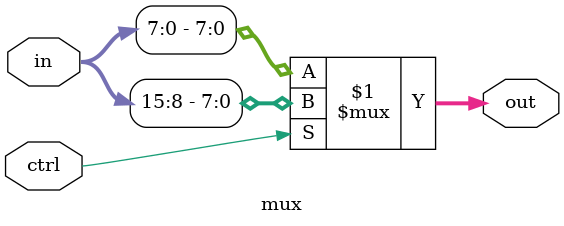
<source format=v>
`ifndef __MUX__
 `define __MUX__

module mux(ctrl, in, out);
   parameter SIZE_CTRL = 1;//nombre de sortie = 2^SIZE_CTRL
   parameter WIRE = 8;//taille des sorties

   localparam	  WAY = 2 ** SIZE_CTRL;
   localparam	  SIZE_IN = WAY * WIRE;

   input [SIZE_IN - 1:0] in;
   input [SIZE_CTRL-1:0]	 ctrl;

   output [WIRE-1:0]	 out;

   if (SIZE_CTRL == 1)
     assign out = ctrl ? in[2 * WIRE - 1 : WIRE] : in[WIRE - 1 : 0];
   else
     begin
	wire [WIRE-1:0]out1, out2;

	assign out = ctrl[SIZE_CTRL - 1] ? out2 : out1;
	mux #(.SIZE_CTRL(SIZE_CTRL - 1), .WIRE(WIRE)) mux1(.ctrl(ctrl[SIZE_CTRL - 2:0]),
					       .in(in[(2 ** (SIZE_CTRL - 1)) * WIRE - 1:0]),
					       .out(out1));

	mux #(.SIZE_CTRL(SIZE_CTRL - 1), .WIRE(WIRE)) mux2(.ctrl(ctrl[SIZE_CTRL - 2:0]),
					       .in(in[(2 ** SIZE_CTRL) * WIRE - 1:(2 ** (SIZE_CTRL - 1)) * WIRE]),
					       .out(out2));
     end
endmodule

`endif

</source>
